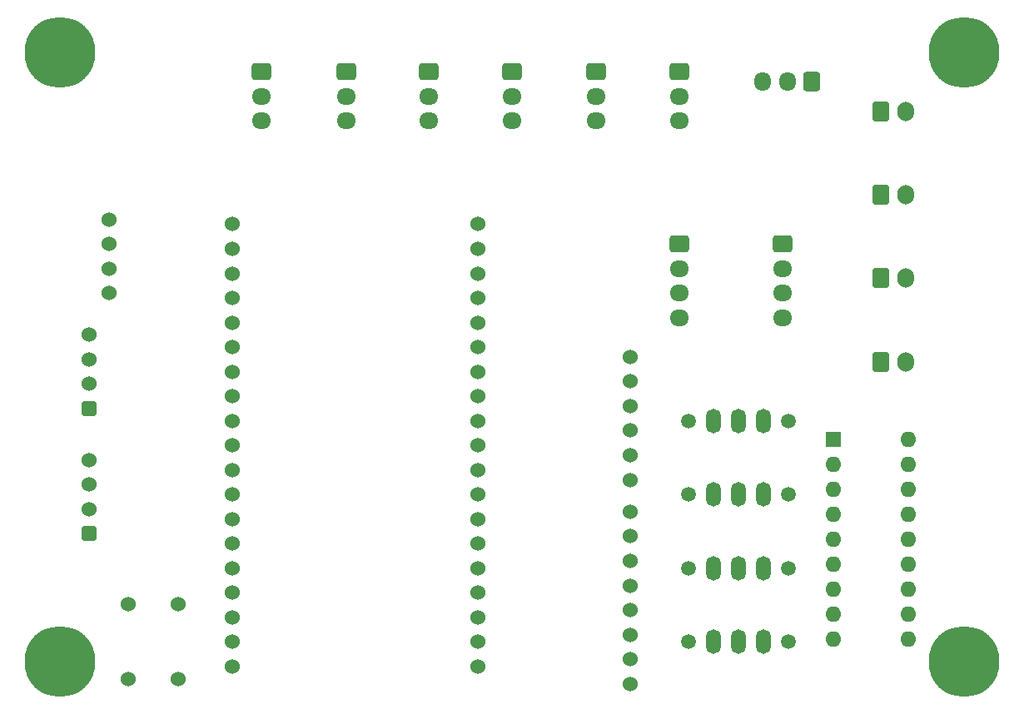
<source format=gbs>
G04 #@! TF.GenerationSoftware,KiCad,Pcbnew,8.0.5*
G04 #@! TF.CreationDate,2024-10-17T19:22:02+09:00*
G04 #@! TF.ProjectId,circuit-esp32-base,63697263-7569-4742-9d65-737033322d62,rev?*
G04 #@! TF.SameCoordinates,Original*
G04 #@! TF.FileFunction,Soldermask,Bot*
G04 #@! TF.FilePolarity,Negative*
%FSLAX46Y46*%
G04 Gerber Fmt 4.6, Leading zero omitted, Abs format (unit mm)*
G04 Created by KiCad (PCBNEW 8.0.5) date 2024-10-17 19:22:02*
%MOMM*%
%LPD*%
G01*
G04 APERTURE LIST*
G04 Aperture macros list*
%AMRoundRect*
0 Rectangle with rounded corners*
0 $1 Rounding radius*
0 $2 $3 $4 $5 $6 $7 $8 $9 X,Y pos of 4 corners*
0 Add a 4 corners polygon primitive as box body*
4,1,4,$2,$3,$4,$5,$6,$7,$8,$9,$2,$3,0*
0 Add four circle primitives for the rounded corners*
1,1,$1+$1,$2,$3*
1,1,$1+$1,$4,$5*
1,1,$1+$1,$6,$7*
1,1,$1+$1,$8,$9*
0 Add four rect primitives between the rounded corners*
20,1,$1+$1,$2,$3,$4,$5,0*
20,1,$1+$1,$4,$5,$6,$7,0*
20,1,$1+$1,$6,$7,$8,$9,0*
20,1,$1+$1,$8,$9,$2,$3,0*%
G04 Aperture macros list end*
%ADD10C,1.524000*%
%ADD11O,1.950000X1.700000*%
%ADD12RoundRect,0.250000X-0.725000X0.600000X-0.725000X-0.600000X0.725000X-0.600000X0.725000X0.600000X0*%
%ADD13O,1.500000X2.500000*%
%ADD14C,1.500000*%
%ADD15RoundRect,0.250000X-0.600000X-0.750000X0.600000X-0.750000X0.600000X0.750000X-0.600000X0.750000X0*%
%ADD16O,1.700000X2.000000*%
%ADD17RoundRect,0.250000X0.512000X-0.512000X0.512000X0.512000X-0.512000X0.512000X-0.512000X-0.512000X0*%
%ADD18C,7.200000*%
%ADD19R,1.600000X1.600000*%
%ADD20O,1.600000X1.600000*%
%ADD21RoundRect,0.250000X0.600000X0.725000X-0.600000X0.725000X-0.600000X-0.725000X0.600000X-0.725000X0*%
%ADD22O,1.700000X1.950000*%
G04 APERTURE END LIST*
D10*
X110960000Y-147310000D03*
X110960000Y-139690000D03*
X116040000Y-147310000D03*
X116040000Y-139690000D03*
D11*
X124500000Y-90500000D03*
X124500000Y-88000000D03*
D12*
X124500000Y-85500000D03*
X167000000Y-103000000D03*
D11*
X167000000Y-105500000D03*
X167000000Y-108000000D03*
X167000000Y-110500000D03*
D12*
X150000000Y-85500000D03*
D11*
X150000000Y-88000000D03*
X150000000Y-90500000D03*
D12*
X158500000Y-85500000D03*
D11*
X158500000Y-88000000D03*
X158500000Y-90500000D03*
D13*
X175580000Y-143500000D03*
X173040000Y-143500000D03*
X170500000Y-143500000D03*
D14*
X178120000Y-143500000D03*
X167960000Y-143500000D03*
D10*
X109000000Y-108000000D03*
X109000000Y-105500000D03*
X109000000Y-103000000D03*
X109000000Y-100500000D03*
D13*
X175580000Y-128500000D03*
X173040000Y-128500000D03*
X170500000Y-128500000D03*
D14*
X178120000Y-128500000D03*
X167960000Y-128500000D03*
D10*
X162000000Y-127000000D03*
X162000000Y-124500000D03*
X162000000Y-122000000D03*
X162000000Y-119500000D03*
X162000000Y-117000000D03*
X162000000Y-114500000D03*
D12*
X133100000Y-85500000D03*
D11*
X133100000Y-88000000D03*
X133100000Y-90500000D03*
D12*
X177500000Y-103000000D03*
D11*
X177500000Y-105500000D03*
X177500000Y-108000000D03*
X177500000Y-110500000D03*
D15*
X187500000Y-106500000D03*
D16*
X190000000Y-106500000D03*
D12*
X167000000Y-85500000D03*
D11*
X167000000Y-88000000D03*
X167000000Y-90500000D03*
D12*
X141500000Y-85500000D03*
D11*
X141500000Y-88000000D03*
X141500000Y-90500000D03*
D13*
X175580000Y-136000000D03*
X173040000Y-136000000D03*
X170500000Y-136000000D03*
D14*
X178120000Y-136000000D03*
X167960000Y-136000000D03*
D17*
X107000000Y-119750000D03*
D10*
X107000000Y-117250000D03*
X107000000Y-114750000D03*
X107000000Y-112250000D03*
D15*
X187500000Y-89500000D03*
D16*
X190000000Y-89500000D03*
D18*
X196000000Y-83500000D03*
X104000000Y-145500000D03*
D10*
X121500000Y-101000000D03*
X121500000Y-103500000D03*
X121500000Y-106000000D03*
X121500000Y-108500000D03*
X121500000Y-111000000D03*
X121500000Y-113500000D03*
X121500000Y-116000000D03*
X121500000Y-118500000D03*
X121500000Y-121000000D03*
X121500000Y-123500000D03*
X121500000Y-126000000D03*
X121500000Y-128500000D03*
X121500000Y-131000000D03*
X121500000Y-133500000D03*
X121500000Y-136000000D03*
X121500000Y-138500000D03*
X121500000Y-141000000D03*
X121500000Y-143500000D03*
X121500000Y-146000000D03*
X146500000Y-101000000D03*
X146500000Y-103500000D03*
X146500000Y-106000000D03*
X146500000Y-108500000D03*
X146500000Y-111000000D03*
X146500000Y-113500000D03*
X146500000Y-116000000D03*
X146500000Y-118500000D03*
X146500000Y-121000000D03*
X146500000Y-123500000D03*
X146500000Y-126000000D03*
X146500000Y-128500000D03*
X146500000Y-131000000D03*
X146500000Y-133500000D03*
X146500000Y-136000000D03*
X146500000Y-138500000D03*
X146500000Y-141000000D03*
X146500000Y-143500000D03*
X146500000Y-146000000D03*
D19*
X182700000Y-122850000D03*
D20*
X182700000Y-125390000D03*
X182700000Y-127930000D03*
X182700000Y-130470000D03*
X182700000Y-133010000D03*
X182700000Y-135550000D03*
X182700000Y-138090000D03*
X182700000Y-140630000D03*
X182700000Y-143170000D03*
X190320000Y-143170000D03*
X190320000Y-140630000D03*
X190320000Y-138090000D03*
X190320000Y-135550000D03*
X190320000Y-133010000D03*
X190320000Y-130470000D03*
X190320000Y-127930000D03*
X190320000Y-125390000D03*
X190320000Y-122850000D03*
D17*
X107000000Y-132500000D03*
D10*
X107000000Y-130000000D03*
X107000000Y-127500000D03*
X107000000Y-125000000D03*
D18*
X104000000Y-83500000D03*
D13*
X175580000Y-121000000D03*
X173040000Y-121000000D03*
X170500000Y-121000000D03*
D14*
X178120000Y-121000000D03*
X167960000Y-121000000D03*
D18*
X196000000Y-145500000D03*
D10*
X162000000Y-130250000D03*
X162000000Y-132750000D03*
X162000000Y-135250000D03*
X162000000Y-137750000D03*
X162000000Y-140250000D03*
X162000000Y-142750000D03*
X162000000Y-145250000D03*
X162000000Y-147750000D03*
D21*
X180500000Y-86500000D03*
D22*
X178000000Y-86500000D03*
X175500000Y-86500000D03*
D15*
X187500000Y-98000000D03*
D16*
X190000000Y-98000000D03*
D15*
X187500000Y-115000000D03*
D16*
X190000000Y-115000000D03*
M02*

</source>
